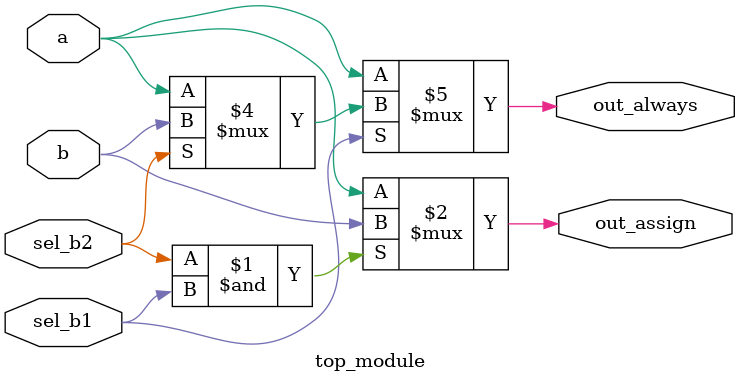
<source format=v>
module top_module(
    input a,
    input b,
    input sel_b1,
    input sel_b2,
    output wire out_assign,
    output reg out_always   );
    assign out_assign=(sel_b2 & sel_b1)?b:a;

    always@(*)
        out_always= sel_b1? (sel_b2?b:a):a;
endmodule


</source>
